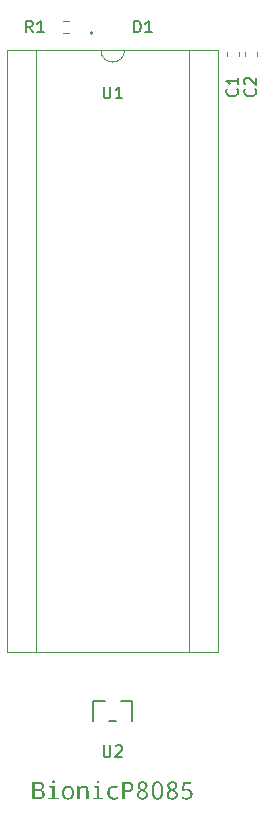
<source format=gbr>
G04 #@! TF.GenerationSoftware,KiCad,Pcbnew,7.0.11+dfsg-1build4*
G04 #@! TF.CreationDate,2024-10-25T09:30:11+09:00*
G04 #@! TF.ProjectId,bionic-p8085,62696f6e-6963-42d7-9038-3038352e6b69,4*
G04 #@! TF.SameCoordinates,Original*
G04 #@! TF.FileFunction,Legend,Top*
G04 #@! TF.FilePolarity,Positive*
%FSLAX46Y46*%
G04 Gerber Fmt 4.6, Leading zero omitted, Abs format (unit mm)*
G04 Created by KiCad (PCBNEW 7.0.11+dfsg-1build4) date 2024-10-25 09:30:11*
%MOMM*%
%LPD*%
G01*
G04 APERTURE LIST*
%ADD10C,0.150000*%
%ADD11C,0.152400*%
%ADD12C,0.120000*%
G04 APERTURE END LIST*
D10*
G36*
X108648645Y-135669959D02*
G01*
X108665822Y-135670222D01*
X108682697Y-135670660D01*
X108699269Y-135671274D01*
X108715538Y-135672063D01*
X108731504Y-135673027D01*
X108747168Y-135674167D01*
X108762529Y-135675481D01*
X108777588Y-135676972D01*
X108792344Y-135678637D01*
X108820947Y-135682494D01*
X108848340Y-135687052D01*
X108874522Y-135692311D01*
X108899494Y-135698272D01*
X108923255Y-135704934D01*
X108945805Y-135712297D01*
X108967144Y-135720361D01*
X108987272Y-135729127D01*
X109006190Y-135738593D01*
X109023897Y-135748761D01*
X109040394Y-135759631D01*
X109055833Y-135771236D01*
X109070275Y-135783702D01*
X109083722Y-135797030D01*
X109096173Y-135811219D01*
X109107627Y-135826270D01*
X109118086Y-135842183D01*
X109127548Y-135858957D01*
X109136015Y-135876592D01*
X109143485Y-135895090D01*
X109149960Y-135914448D01*
X109155438Y-135934668D01*
X109159920Y-135955750D01*
X109163406Y-135977693D01*
X109165896Y-136000498D01*
X109167391Y-136024164D01*
X109167889Y-136048692D01*
X109167572Y-136064915D01*
X109166623Y-136080795D01*
X109165042Y-136096331D01*
X109162828Y-136111524D01*
X109159982Y-136126373D01*
X109156503Y-136140879D01*
X109152391Y-136155041D01*
X109145038Y-136175640D01*
X109136261Y-136195467D01*
X109126061Y-136214521D01*
X109114438Y-136232802D01*
X109101392Y-136250310D01*
X109091903Y-136261553D01*
X109086922Y-136267045D01*
X109076578Y-136277631D01*
X109065787Y-136287682D01*
X109054550Y-136297197D01*
X109042867Y-136306177D01*
X109030737Y-136314622D01*
X109018160Y-136322532D01*
X109005137Y-136329907D01*
X108991667Y-136336746D01*
X108977751Y-136343050D01*
X108963389Y-136348819D01*
X108948579Y-136354052D01*
X108933324Y-136358751D01*
X108917622Y-136362914D01*
X108901473Y-136366542D01*
X108884878Y-136369634D01*
X108867836Y-136372192D01*
X108867836Y-136382450D01*
X108888889Y-136386165D01*
X108909273Y-136390350D01*
X108928988Y-136395004D01*
X108948036Y-136400127D01*
X108966415Y-136405720D01*
X108984125Y-136411782D01*
X109001168Y-136418314D01*
X109017542Y-136425315D01*
X109033248Y-136432785D01*
X109048285Y-136440725D01*
X109062654Y-136449134D01*
X109076355Y-136458013D01*
X109089387Y-136467361D01*
X109101751Y-136477178D01*
X109113447Y-136487465D01*
X109124474Y-136498221D01*
X109134833Y-136509447D01*
X109144524Y-136521142D01*
X109153547Y-136533306D01*
X109161901Y-136545940D01*
X109169587Y-136559043D01*
X109176604Y-136572616D01*
X109182953Y-136586658D01*
X109188634Y-136601169D01*
X109193646Y-136616150D01*
X109197991Y-136631601D01*
X109201666Y-136647520D01*
X109204674Y-136663909D01*
X109207013Y-136680768D01*
X109208684Y-136698096D01*
X109209686Y-136715893D01*
X109210020Y-136734160D01*
X109209507Y-136759281D01*
X109207965Y-136783722D01*
X109205397Y-136807481D01*
X109201800Y-136830559D01*
X109197176Y-136852956D01*
X109191525Y-136874672D01*
X109184846Y-136895706D01*
X109177139Y-136916060D01*
X109168405Y-136935732D01*
X109158644Y-136954722D01*
X109147854Y-136973032D01*
X109136038Y-136990660D01*
X109123194Y-137007608D01*
X109109322Y-137023874D01*
X109094422Y-137039458D01*
X109078496Y-137054362D01*
X109061727Y-137068426D01*
X109044212Y-137081582D01*
X109025950Y-137093831D01*
X109006940Y-137105172D01*
X108987184Y-137115606D01*
X108966680Y-137125133D01*
X108945430Y-137133753D01*
X108923432Y-137141465D01*
X108900687Y-137148270D01*
X108877196Y-137154168D01*
X108852957Y-137159158D01*
X108827971Y-137163241D01*
X108802238Y-137166417D01*
X108775759Y-137168685D01*
X108748532Y-137170046D01*
X108720558Y-137170500D01*
X108177606Y-137170500D01*
X108177606Y-136466714D01*
X108370314Y-136466714D01*
X108370314Y-137006735D01*
X108686486Y-137006735D01*
X108706208Y-137006461D01*
X108725305Y-137005640D01*
X108743775Y-137004271D01*
X108761619Y-137002355D01*
X108778837Y-136999892D01*
X108795429Y-136996881D01*
X108811395Y-136993323D01*
X108826735Y-136989218D01*
X108841448Y-136984565D01*
X108855536Y-136979365D01*
X108881832Y-136967322D01*
X108905625Y-136953089D01*
X108926912Y-136936668D01*
X108945696Y-136918056D01*
X108961975Y-136897255D01*
X108975749Y-136874264D01*
X108987019Y-136849084D01*
X108995785Y-136821714D01*
X108999228Y-136807207D01*
X109002046Y-136792154D01*
X109004237Y-136776553D01*
X109005802Y-136760405D01*
X109006742Y-136743709D01*
X109007055Y-136726466D01*
X109006729Y-136710485D01*
X109005751Y-136695012D01*
X109004121Y-136680045D01*
X108998906Y-136651635D01*
X108991084Y-136625254D01*
X108980654Y-136600902D01*
X108967616Y-136578580D01*
X108951972Y-136558287D01*
X108933719Y-136540023D01*
X108912859Y-136523788D01*
X108889392Y-136509583D01*
X108863317Y-136497407D01*
X108849302Y-136492080D01*
X108834635Y-136487261D01*
X108819316Y-136482948D01*
X108803345Y-136479143D01*
X108786722Y-136475846D01*
X108769448Y-136473055D01*
X108751521Y-136470772D01*
X108732943Y-136468997D01*
X108713713Y-136467728D01*
X108693831Y-136466967D01*
X108673297Y-136466714D01*
X108370314Y-136466714D01*
X108177606Y-136466714D01*
X108177606Y-135833636D01*
X108370314Y-135833636D01*
X108370314Y-136302949D01*
X108662672Y-136302949D01*
X108682436Y-136302730D01*
X108701518Y-136302073D01*
X108719919Y-136300978D01*
X108737640Y-136299446D01*
X108754678Y-136297475D01*
X108771036Y-136295066D01*
X108786712Y-136292220D01*
X108801707Y-136288935D01*
X108816021Y-136285213D01*
X108836215Y-136278809D01*
X108854876Y-136271419D01*
X108872004Y-136263043D01*
X108887600Y-136253683D01*
X108897145Y-136246895D01*
X108910305Y-136235741D01*
X108922171Y-136223299D01*
X108932742Y-136209569D01*
X108942019Y-136194551D01*
X108950002Y-136178245D01*
X108956690Y-136160651D01*
X108962083Y-136141769D01*
X108966182Y-136121599D01*
X108968987Y-136100141D01*
X108970137Y-136085120D01*
X108970713Y-136069526D01*
X108970785Y-136061515D01*
X108970477Y-136046535D01*
X108968862Y-136025081D01*
X108965862Y-136004843D01*
X108961477Y-135985822D01*
X108955708Y-135968019D01*
X108948554Y-135951433D01*
X108940016Y-135936064D01*
X108930093Y-135921912D01*
X108918785Y-135908977D01*
X108906093Y-135897260D01*
X108892016Y-135886759D01*
X108876436Y-135877265D01*
X108859232Y-135868706D01*
X108840406Y-135861080D01*
X108819957Y-135854387D01*
X108805423Y-135850445D01*
X108790167Y-135846917D01*
X108774190Y-135843804D01*
X108757492Y-135841107D01*
X108740072Y-135838824D01*
X108721932Y-135836956D01*
X108703070Y-135835504D01*
X108683486Y-135834466D01*
X108663182Y-135833844D01*
X108642156Y-135833636D01*
X108370314Y-135833636D01*
X108177606Y-135833636D01*
X108177606Y-135669871D01*
X108631165Y-135669871D01*
X108648645Y-135669959D01*
G37*
G36*
X109950809Y-135576082D02*
G01*
X109970320Y-135577109D01*
X109987912Y-135580191D01*
X110003585Y-135585327D01*
X110017338Y-135592517D01*
X110029173Y-135601762D01*
X110039088Y-135613061D01*
X110047085Y-135626414D01*
X110053162Y-135641822D01*
X110057320Y-135659284D01*
X110059559Y-135678800D01*
X110059986Y-135692952D01*
X110059189Y-135710766D01*
X110056801Y-135727113D01*
X110052821Y-135741993D01*
X110045943Y-135757913D01*
X110036773Y-135771720D01*
X110027379Y-135781613D01*
X110014864Y-135791449D01*
X110001499Y-135799250D01*
X109987284Y-135805015D01*
X109972218Y-135808746D01*
X109956303Y-135810442D01*
X109950809Y-135810555D01*
X109931102Y-135809522D01*
X109913333Y-135806421D01*
X109897502Y-135801253D01*
X109883610Y-135794017D01*
X109871656Y-135784715D01*
X109861641Y-135773345D01*
X109853564Y-135759908D01*
X109847426Y-135744404D01*
X109843226Y-135726832D01*
X109840964Y-135707193D01*
X109840533Y-135692952D01*
X109841503Y-135672066D01*
X109844410Y-135653235D01*
X109849256Y-135636458D01*
X109856041Y-135621735D01*
X109864764Y-135609066D01*
X109875425Y-135598452D01*
X109888025Y-135589892D01*
X109902563Y-135583387D01*
X109919040Y-135578935D01*
X109937455Y-135576539D01*
X109950809Y-135576082D01*
G37*
G36*
X109856287Y-136192307D02*
G01*
X109578949Y-136170691D01*
X109578949Y-136045028D01*
X110043499Y-136045028D01*
X110043499Y-137023221D01*
X110406200Y-137043737D01*
X110406200Y-137170500D01*
X109501646Y-137170500D01*
X109501646Y-137043737D01*
X109856287Y-137023221D01*
X109856287Y-136192307D01*
G37*
G36*
X111221638Y-136022205D02*
G01*
X111248757Y-136024077D01*
X111275242Y-136027197D01*
X111301090Y-136031565D01*
X111326304Y-136037180D01*
X111350882Y-136044044D01*
X111374824Y-136052155D01*
X111398131Y-136061515D01*
X111420803Y-136072122D01*
X111442839Y-136083978D01*
X111464240Y-136097081D01*
X111485005Y-136111432D01*
X111505135Y-136127031D01*
X111524630Y-136143878D01*
X111543489Y-136161973D01*
X111561713Y-136181316D01*
X111579059Y-136201692D01*
X111595287Y-136222887D01*
X111610395Y-136244900D01*
X111624384Y-136267732D01*
X111637254Y-136291383D01*
X111649005Y-136315852D01*
X111659636Y-136341140D01*
X111669149Y-136367246D01*
X111677542Y-136394171D01*
X111684817Y-136421914D01*
X111690972Y-136450476D01*
X111693630Y-136465064D01*
X111696008Y-136479857D01*
X111698106Y-136494854D01*
X111699925Y-136510056D01*
X111701464Y-136525463D01*
X111702723Y-136541074D01*
X111703702Y-136556890D01*
X111704402Y-136572911D01*
X111704821Y-136589136D01*
X111704961Y-136605566D01*
X111704823Y-136622534D01*
X111704409Y-136639277D01*
X111703718Y-136655793D01*
X111702751Y-136672084D01*
X111701509Y-136688148D01*
X111699989Y-136703986D01*
X111698194Y-136719598D01*
X111696123Y-136734984D01*
X111693775Y-136750144D01*
X111691151Y-136765077D01*
X111688251Y-136779785D01*
X111685074Y-136794266D01*
X111681622Y-136808522D01*
X111673888Y-136836354D01*
X111665050Y-136863282D01*
X111655106Y-136889305D01*
X111644058Y-136914424D01*
X111631905Y-136938638D01*
X111618647Y-136961948D01*
X111604285Y-136984354D01*
X111588817Y-137005855D01*
X111572245Y-137026451D01*
X111563545Y-137036410D01*
X111545547Y-137055487D01*
X111526816Y-137073333D01*
X111507353Y-137089948D01*
X111487158Y-137105332D01*
X111466229Y-137119486D01*
X111444568Y-137132409D01*
X111422174Y-137144101D01*
X111399047Y-137154563D01*
X111375187Y-137163793D01*
X111350595Y-137171793D01*
X111325270Y-137178562D01*
X111299213Y-137184101D01*
X111272422Y-137188408D01*
X111244899Y-137191485D01*
X111216643Y-137193331D01*
X111187655Y-137193947D01*
X111160119Y-137193321D01*
X111133198Y-137191445D01*
X111106893Y-137188318D01*
X111081203Y-137183940D01*
X111056129Y-137178312D01*
X111031669Y-137171433D01*
X111007826Y-137163302D01*
X110984597Y-137153922D01*
X110961984Y-137143290D01*
X110939987Y-137131407D01*
X110918605Y-137118274D01*
X110897838Y-137103890D01*
X110877686Y-137088255D01*
X110858150Y-137071369D01*
X110839229Y-137053233D01*
X110820924Y-137033846D01*
X110803533Y-137013368D01*
X110787264Y-136992051D01*
X110772118Y-136969896D01*
X110758093Y-136946903D01*
X110745190Y-136923071D01*
X110733409Y-136898400D01*
X110722750Y-136872890D01*
X110713213Y-136846542D01*
X110704798Y-136819355D01*
X110697505Y-136791330D01*
X110694279Y-136777002D01*
X110691334Y-136762466D01*
X110688669Y-136747719D01*
X110686285Y-136732763D01*
X110684182Y-136717597D01*
X110682358Y-136702222D01*
X110680816Y-136686636D01*
X110679553Y-136670842D01*
X110678572Y-136654837D01*
X110677870Y-136638623D01*
X110677450Y-136622199D01*
X110677309Y-136605566D01*
X110871116Y-136605566D01*
X110871429Y-136632186D01*
X110872368Y-136657960D01*
X110873934Y-136682890D01*
X110876125Y-136706974D01*
X110878942Y-136730214D01*
X110882386Y-136752608D01*
X110886456Y-136774157D01*
X110891152Y-136794862D01*
X110896474Y-136814721D01*
X110902422Y-136833735D01*
X110908996Y-136851904D01*
X110916196Y-136869228D01*
X110924022Y-136885707D01*
X110932475Y-136901341D01*
X110941554Y-136916129D01*
X110951258Y-136930073D01*
X110961589Y-136943172D01*
X110972546Y-136955425D01*
X110984129Y-136966834D01*
X110996338Y-136977397D01*
X111009173Y-136987115D01*
X111022635Y-136995988D01*
X111036722Y-137004017D01*
X111051436Y-137011200D01*
X111066776Y-137017538D01*
X111082741Y-137023031D01*
X111099333Y-137027679D01*
X111116551Y-137031481D01*
X111134396Y-137034439D01*
X111152866Y-137036552D01*
X111171962Y-137037819D01*
X111191685Y-137038242D01*
X111211340Y-137037819D01*
X111230371Y-137036552D01*
X111248777Y-137034439D01*
X111266560Y-137031481D01*
X111283719Y-137027679D01*
X111300255Y-137023031D01*
X111316166Y-137017538D01*
X111331453Y-137011200D01*
X111346116Y-137004017D01*
X111360155Y-136995988D01*
X111373570Y-136987115D01*
X111386362Y-136977397D01*
X111398529Y-136966834D01*
X111410072Y-136955425D01*
X111420992Y-136943172D01*
X111431287Y-136930073D01*
X111440958Y-136916129D01*
X111450006Y-136901341D01*
X111458429Y-136885707D01*
X111466229Y-136869228D01*
X111473405Y-136851904D01*
X111479956Y-136833735D01*
X111485884Y-136814721D01*
X111491188Y-136794862D01*
X111495867Y-136774157D01*
X111499923Y-136752608D01*
X111503355Y-136730214D01*
X111506163Y-136706974D01*
X111508347Y-136682890D01*
X111509906Y-136657960D01*
X111510842Y-136632186D01*
X111511154Y-136605566D01*
X111510840Y-136579217D01*
X111509898Y-136553704D01*
X111508327Y-136529028D01*
X111506128Y-136505188D01*
X111503301Y-136482184D01*
X111499846Y-136460018D01*
X111495762Y-136438687D01*
X111491050Y-136418193D01*
X111485710Y-136398536D01*
X111479742Y-136379715D01*
X111473145Y-136361731D01*
X111465920Y-136344583D01*
X111458067Y-136328271D01*
X111449585Y-136312796D01*
X111440475Y-136298158D01*
X111430737Y-136284356D01*
X111420371Y-136271390D01*
X111409377Y-136259261D01*
X111397754Y-136247969D01*
X111385503Y-136237513D01*
X111372624Y-136227893D01*
X111359116Y-136219110D01*
X111344980Y-136211164D01*
X111330216Y-136204053D01*
X111314824Y-136197780D01*
X111298803Y-136192343D01*
X111282155Y-136187742D01*
X111264877Y-136183978D01*
X111246972Y-136181050D01*
X111228439Y-136178959D01*
X111209277Y-136177704D01*
X111189487Y-136177286D01*
X111169899Y-136177704D01*
X111150934Y-136178959D01*
X111132590Y-136181050D01*
X111114868Y-136183978D01*
X111097769Y-136187742D01*
X111081290Y-136192343D01*
X111065434Y-136197780D01*
X111050199Y-136204053D01*
X111035587Y-136211164D01*
X111021596Y-136219110D01*
X111008227Y-136227893D01*
X110995480Y-136237513D01*
X110983354Y-136247969D01*
X110971850Y-136259261D01*
X110960969Y-136271390D01*
X110950709Y-136284356D01*
X110941071Y-136298158D01*
X110932054Y-136312796D01*
X110923660Y-136328271D01*
X110915887Y-136344583D01*
X110908736Y-136361731D01*
X110902207Y-136379715D01*
X110896300Y-136398536D01*
X110891014Y-136418193D01*
X110886351Y-136438687D01*
X110882309Y-136460018D01*
X110878889Y-136482184D01*
X110876091Y-136505188D01*
X110873914Y-136529028D01*
X110872360Y-136553704D01*
X110871427Y-136579217D01*
X110871116Y-136605566D01*
X110677309Y-136605566D01*
X110677446Y-136588756D01*
X110677855Y-136572169D01*
X110678536Y-136555806D01*
X110679490Y-136539666D01*
X110680717Y-136523749D01*
X110682217Y-136508056D01*
X110683989Y-136492585D01*
X110686033Y-136477338D01*
X110688351Y-136462315D01*
X110690941Y-136447514D01*
X110693803Y-136432937D01*
X110696938Y-136418583D01*
X110704027Y-136390544D01*
X110712206Y-136363399D01*
X110721475Y-136337147D01*
X110731835Y-136311787D01*
X110743285Y-136287321D01*
X110755826Y-136263748D01*
X110769457Y-136241068D01*
X110784179Y-136219280D01*
X110799991Y-136198386D01*
X110816894Y-136178385D01*
X110834724Y-136159397D01*
X110853319Y-136141634D01*
X110872677Y-136125096D01*
X110892800Y-136109783D01*
X110913687Y-136095695D01*
X110935339Y-136082833D01*
X110957754Y-136071195D01*
X110980934Y-136060782D01*
X111004878Y-136051594D01*
X111029586Y-136043632D01*
X111055058Y-136036894D01*
X111081295Y-136031381D01*
X111108295Y-136027094D01*
X111136060Y-136024031D01*
X111164590Y-136022194D01*
X111193883Y-136021581D01*
X111221638Y-136022205D01*
G37*
G36*
X112733346Y-137170500D02*
G01*
X112733346Y-136444366D01*
X112733106Y-136427934D01*
X112732388Y-136412024D01*
X112731191Y-136396635D01*
X112729516Y-136381769D01*
X112724729Y-136353600D01*
X112718027Y-136327518D01*
X112709410Y-136303523D01*
X112698879Y-136281614D01*
X112686432Y-136261792D01*
X112672071Y-136244056D01*
X112655795Y-136228407D01*
X112637604Y-136214844D01*
X112617499Y-136203368D01*
X112595478Y-136193978D01*
X112571543Y-136186675D01*
X112545693Y-136181459D01*
X112517928Y-136178329D01*
X112488248Y-136177286D01*
X112468773Y-136177685D01*
X112449917Y-136178883D01*
X112431679Y-136180879D01*
X112414059Y-136183674D01*
X112397058Y-136187268D01*
X112380674Y-136191660D01*
X112364909Y-136196851D01*
X112349762Y-136202840D01*
X112335234Y-136209628D01*
X112321323Y-136217214D01*
X112308031Y-136225599D01*
X112295357Y-136234782D01*
X112283301Y-136244764D01*
X112271864Y-136255545D01*
X112261045Y-136267124D01*
X112250844Y-136279502D01*
X112241261Y-136292678D01*
X112232297Y-136306653D01*
X112223950Y-136321426D01*
X112216222Y-136336998D01*
X112209113Y-136353368D01*
X112202621Y-136370537D01*
X112196748Y-136388505D01*
X112191493Y-136407271D01*
X112186856Y-136426836D01*
X112182838Y-136447199D01*
X112179437Y-136468361D01*
X112176655Y-136490321D01*
X112174491Y-136513080D01*
X112172946Y-136536638D01*
X112172018Y-136560994D01*
X112171709Y-136586148D01*
X112171709Y-137170500D01*
X111984131Y-137170500D01*
X111984131Y-136045028D01*
X112135439Y-136045028D01*
X112163283Y-136194871D01*
X112173541Y-136194871D01*
X112187346Y-136173887D01*
X112202198Y-136154257D01*
X112218097Y-136135980D01*
X112235044Y-136119057D01*
X112253039Y-136103488D01*
X112272082Y-136089273D01*
X112292171Y-136076411D01*
X112313309Y-136064904D01*
X112335494Y-136054750D01*
X112358727Y-136045950D01*
X112383007Y-136038504D01*
X112408335Y-136032412D01*
X112434710Y-136027673D01*
X112462133Y-136024289D01*
X112490604Y-136022258D01*
X112520122Y-136021581D01*
X112544780Y-136021984D01*
X112568656Y-136023191D01*
X112591749Y-136025204D01*
X112614060Y-136028021D01*
X112635587Y-136031644D01*
X112656332Y-136036071D01*
X112676294Y-136041304D01*
X112695473Y-136047341D01*
X112713869Y-136054184D01*
X112731482Y-136061831D01*
X112748313Y-136070284D01*
X112764361Y-136079541D01*
X112779626Y-136089604D01*
X112794108Y-136100471D01*
X112807807Y-136112144D01*
X112820724Y-136124621D01*
X112832857Y-136137904D01*
X112844208Y-136151991D01*
X112854776Y-136166884D01*
X112864561Y-136182581D01*
X112873564Y-136199084D01*
X112881783Y-136216391D01*
X112889220Y-136234504D01*
X112895874Y-136253421D01*
X112901745Y-136273144D01*
X112906833Y-136293671D01*
X112911139Y-136315004D01*
X112914662Y-136337141D01*
X112917401Y-136360083D01*
X112919359Y-136383831D01*
X112920533Y-136408383D01*
X112920924Y-136433741D01*
X112920924Y-137170500D01*
X112733346Y-137170500D01*
G37*
G36*
X113731688Y-135576082D02*
G01*
X113751199Y-135577109D01*
X113768791Y-135580191D01*
X113784464Y-135585327D01*
X113798218Y-135592517D01*
X113810052Y-135601762D01*
X113819968Y-135613061D01*
X113827964Y-135626414D01*
X113834041Y-135641822D01*
X113838199Y-135659284D01*
X113840438Y-135678800D01*
X113840865Y-135692952D01*
X113840069Y-135710766D01*
X113837681Y-135727113D01*
X113833700Y-135741993D01*
X113826822Y-135757913D01*
X113817652Y-135771720D01*
X113808258Y-135781613D01*
X113795743Y-135791449D01*
X113782378Y-135799250D01*
X113768163Y-135805015D01*
X113753098Y-135808746D01*
X113737182Y-135810442D01*
X113731688Y-135810555D01*
X113711981Y-135809522D01*
X113694212Y-135806421D01*
X113678381Y-135801253D01*
X113664489Y-135794017D01*
X113652535Y-135784715D01*
X113642520Y-135773345D01*
X113634443Y-135759908D01*
X113628305Y-135744404D01*
X113624105Y-135726832D01*
X113621843Y-135707193D01*
X113621413Y-135692952D01*
X113622382Y-135672066D01*
X113625290Y-135653235D01*
X113630136Y-135636458D01*
X113636920Y-135621735D01*
X113645643Y-135609066D01*
X113656305Y-135598452D01*
X113668904Y-135589892D01*
X113683443Y-135583387D01*
X113699919Y-135578935D01*
X113718335Y-135576539D01*
X113731688Y-135576082D01*
G37*
G36*
X113637166Y-136192307D02*
G01*
X113359829Y-136170691D01*
X113359829Y-136045028D01*
X113824378Y-136045028D01*
X113824378Y-137023221D01*
X114187079Y-137043737D01*
X114187079Y-137170500D01*
X113282526Y-137170500D01*
X113282526Y-137043737D01*
X113637166Y-137023221D01*
X113637166Y-136192307D01*
G37*
G36*
X115433084Y-136082398D02*
G01*
X115369337Y-136245063D01*
X115350140Y-136237832D01*
X115331200Y-136231067D01*
X115312519Y-136224769D01*
X115294094Y-136218937D01*
X115275928Y-136213572D01*
X115258019Y-136208673D01*
X115240368Y-136204241D01*
X115222974Y-136200275D01*
X115205838Y-136196776D01*
X115188959Y-136193744D01*
X115172338Y-136191178D01*
X115155975Y-136189078D01*
X115139869Y-136187445D01*
X115124021Y-136186279D01*
X115108431Y-136185579D01*
X115093098Y-136185346D01*
X115069589Y-136185762D01*
X115046826Y-136187010D01*
X115024809Y-136189091D01*
X115003539Y-136192004D01*
X114983015Y-136195748D01*
X114963238Y-136200325D01*
X114944206Y-136205735D01*
X114925921Y-136211976D01*
X114908383Y-136219050D01*
X114891590Y-136226956D01*
X114875544Y-136235694D01*
X114860245Y-136245264D01*
X114845691Y-136255666D01*
X114831884Y-136266901D01*
X114818824Y-136278967D01*
X114806509Y-136291866D01*
X114794941Y-136305598D01*
X114784120Y-136320161D01*
X114774044Y-136335556D01*
X114764715Y-136351784D01*
X114756133Y-136368844D01*
X114748296Y-136386736D01*
X114741206Y-136405460D01*
X114734862Y-136425017D01*
X114729265Y-136445406D01*
X114724414Y-136466626D01*
X114720309Y-136488679D01*
X114716951Y-136511565D01*
X114714338Y-136535282D01*
X114712473Y-136559832D01*
X114711353Y-136585214D01*
X114710980Y-136611428D01*
X114711343Y-136637191D01*
X114712433Y-136662136D01*
X114714248Y-136686264D01*
X114716790Y-136709573D01*
X114720059Y-136732065D01*
X114724053Y-136753739D01*
X114728774Y-136774595D01*
X114734221Y-136794633D01*
X114740395Y-136813853D01*
X114747294Y-136832255D01*
X114754920Y-136849840D01*
X114763273Y-136866606D01*
X114772351Y-136882555D01*
X114782156Y-136897685D01*
X114792687Y-136911998D01*
X114803945Y-136925493D01*
X114815929Y-136938171D01*
X114828639Y-136950030D01*
X114842075Y-136961071D01*
X114856238Y-136971295D01*
X114871127Y-136980700D01*
X114886742Y-136989288D01*
X114903083Y-136997058D01*
X114920151Y-137004010D01*
X114937945Y-137010144D01*
X114956465Y-137015460D01*
X114975712Y-137019958D01*
X114995685Y-137023639D01*
X115016384Y-137026502D01*
X115037810Y-137028546D01*
X115059962Y-137029773D01*
X115082840Y-137030182D01*
X115103109Y-137029933D01*
X115123432Y-137029186D01*
X115143809Y-137027941D01*
X115164241Y-137026198D01*
X115184728Y-137023957D01*
X115205268Y-137021218D01*
X115225863Y-137017980D01*
X115246513Y-137014245D01*
X115267217Y-137010012D01*
X115287975Y-137005281D01*
X115308788Y-137000051D01*
X115329655Y-136994324D01*
X115350576Y-136988099D01*
X115371552Y-136981375D01*
X115392582Y-136974154D01*
X115413667Y-136966435D01*
X115413667Y-137131299D01*
X115396157Y-137138885D01*
X115378158Y-137145982D01*
X115359669Y-137152589D01*
X115340691Y-137158707D01*
X115321224Y-137164336D01*
X115301267Y-137169475D01*
X115280821Y-137174125D01*
X115259885Y-137178285D01*
X115238460Y-137181956D01*
X115216545Y-137185137D01*
X115194141Y-137187829D01*
X115171248Y-137190031D01*
X115147865Y-137191744D01*
X115123993Y-137192968D01*
X115099631Y-137193702D01*
X115074780Y-137193947D01*
X115058340Y-137193800D01*
X115042132Y-137193361D01*
X115026154Y-137192630D01*
X115010408Y-137191606D01*
X114994893Y-137190289D01*
X114979609Y-137188679D01*
X114964557Y-137186777D01*
X114949735Y-137184582D01*
X114935144Y-137182094D01*
X114906657Y-137176241D01*
X114879094Y-137169217D01*
X114852455Y-137161022D01*
X114826741Y-137151657D01*
X114801951Y-137141121D01*
X114778086Y-137129415D01*
X114755145Y-137116538D01*
X114733129Y-137102490D01*
X114712037Y-137087271D01*
X114691870Y-137070882D01*
X114672627Y-137053323D01*
X114663353Y-137044104D01*
X114645651Y-137024864D01*
X114629092Y-137004605D01*
X114613674Y-136983327D01*
X114599399Y-136961031D01*
X114586266Y-136937715D01*
X114574275Y-136913380D01*
X114563425Y-136888027D01*
X114553718Y-136861654D01*
X114545153Y-136834263D01*
X114537730Y-136805853D01*
X114534446Y-136791265D01*
X114531449Y-136776423D01*
X114528736Y-136761326D01*
X114526309Y-136745975D01*
X114524168Y-136730369D01*
X114522312Y-136714508D01*
X114520742Y-136698392D01*
X114519457Y-136682021D01*
X114518458Y-136665396D01*
X114517744Y-136648516D01*
X114517316Y-136631382D01*
X114517173Y-136613992D01*
X114517319Y-136596038D01*
X114517757Y-136578353D01*
X114518487Y-136560938D01*
X114519509Y-136543793D01*
X114520823Y-136526918D01*
X114522428Y-136510313D01*
X114524326Y-136493977D01*
X114526516Y-136477911D01*
X114528997Y-136462115D01*
X114531771Y-136446588D01*
X114534836Y-136431331D01*
X114538193Y-136416344D01*
X114541843Y-136401627D01*
X114545784Y-136387180D01*
X114550017Y-136373002D01*
X114559360Y-136345456D01*
X114569870Y-136318989D01*
X114581547Y-136293601D01*
X114594393Y-136269292D01*
X114608407Y-136246063D01*
X114623588Y-136223912D01*
X114639937Y-136202840D01*
X114657454Y-136182848D01*
X114666650Y-136173256D01*
X114685808Y-136154889D01*
X114705914Y-136137707D01*
X114726967Y-136121710D01*
X114748967Y-136106898D01*
X114771915Y-136093271D01*
X114795810Y-136080829D01*
X114820653Y-136069572D01*
X114846443Y-136059500D01*
X114873181Y-136050613D01*
X114900865Y-136042910D01*
X114929498Y-136036393D01*
X114944169Y-136033579D01*
X114959077Y-136031061D01*
X114974222Y-136028839D01*
X114989604Y-136026913D01*
X115005223Y-136025284D01*
X115021079Y-136023951D01*
X115037171Y-136022914D01*
X115053501Y-136022174D01*
X115070067Y-136021729D01*
X115086870Y-136021581D01*
X115109732Y-136021819D01*
X115132431Y-136022531D01*
X115154966Y-136023719D01*
X115177339Y-136025382D01*
X115199548Y-136027520D01*
X115221594Y-136030133D01*
X115243478Y-136033222D01*
X115265198Y-136036785D01*
X115286754Y-136040824D01*
X115308148Y-136045338D01*
X115329379Y-136050326D01*
X115350446Y-136055790D01*
X115371350Y-136061730D01*
X115392091Y-136068144D01*
X115412669Y-136075033D01*
X115433084Y-136082398D01*
G37*
G36*
X116230279Y-135670299D02*
G01*
X116261837Y-135671583D01*
X116292361Y-135673723D01*
X116321849Y-135676718D01*
X116350303Y-135680569D01*
X116377723Y-135685276D01*
X116404107Y-135690839D01*
X116429457Y-135697257D01*
X116453773Y-135704532D01*
X116477053Y-135712662D01*
X116499299Y-135721648D01*
X116520510Y-135731489D01*
X116540687Y-135742187D01*
X116559829Y-135753740D01*
X116577936Y-135766149D01*
X116595008Y-135779414D01*
X116611046Y-135793535D01*
X116626049Y-135808512D01*
X116640017Y-135824344D01*
X116652951Y-135841032D01*
X116664850Y-135858576D01*
X116675714Y-135876976D01*
X116685544Y-135896232D01*
X116694339Y-135916343D01*
X116702099Y-135937310D01*
X116708824Y-135959133D01*
X116714515Y-135981812D01*
X116719171Y-136005347D01*
X116722793Y-136029737D01*
X116725380Y-136054983D01*
X116726932Y-136081085D01*
X116727449Y-136108043D01*
X116726891Y-136135686D01*
X116725216Y-136162563D01*
X116722426Y-136188672D01*
X116718519Y-136214014D01*
X116713496Y-136238589D01*
X116707356Y-136262397D01*
X116700100Y-136285438D01*
X116691728Y-136307712D01*
X116682240Y-136329218D01*
X116671636Y-136349958D01*
X116659915Y-136369931D01*
X116647078Y-136389136D01*
X116633124Y-136407575D01*
X116618055Y-136425246D01*
X116601869Y-136442150D01*
X116584567Y-136458287D01*
X116566246Y-136473504D01*
X116546911Y-136487740D01*
X116526564Y-136500993D01*
X116505203Y-136513265D01*
X116482829Y-136524555D01*
X116459442Y-136534863D01*
X116435042Y-136544190D01*
X116409628Y-136552535D01*
X116383201Y-136559898D01*
X116355761Y-136566279D01*
X116327308Y-136571679D01*
X116312701Y-136574010D01*
X116297841Y-136576096D01*
X116282728Y-136577937D01*
X116267361Y-136579532D01*
X116251741Y-136580882D01*
X116235868Y-136581987D01*
X116219742Y-136582846D01*
X116203362Y-136583459D01*
X116186729Y-136583828D01*
X116169842Y-136583950D01*
X115973105Y-136583950D01*
X115973105Y-137170500D01*
X115781496Y-137170500D01*
X115781496Y-135833636D01*
X115973105Y-135833636D01*
X115973105Y-136420185D01*
X116148227Y-136420185D01*
X116173281Y-136419899D01*
X116197429Y-136419041D01*
X116220668Y-136417609D01*
X116243001Y-136415606D01*
X116264426Y-136413030D01*
X116284944Y-136409881D01*
X116304554Y-136406161D01*
X116323258Y-136401867D01*
X116341053Y-136397001D01*
X116357942Y-136391563D01*
X116373923Y-136385553D01*
X116388997Y-136378969D01*
X116403164Y-136371814D01*
X116416423Y-136364086D01*
X116428775Y-136355786D01*
X116440219Y-136346913D01*
X116455998Y-136332446D01*
X116470225Y-136316524D01*
X116482900Y-136299147D01*
X116494023Y-136280314D01*
X116500576Y-136266951D01*
X116506440Y-136252940D01*
X116511613Y-136238283D01*
X116516097Y-136222978D01*
X116519891Y-136207027D01*
X116522995Y-136190429D01*
X116525409Y-136173184D01*
X116527134Y-136155293D01*
X116528168Y-136136754D01*
X116528513Y-136117569D01*
X116528173Y-136100100D01*
X116527152Y-136083186D01*
X116525451Y-136066827D01*
X116523069Y-136051022D01*
X116520007Y-136035772D01*
X116516264Y-136021076D01*
X116511841Y-136006935D01*
X116500953Y-135980316D01*
X116487343Y-135955916D01*
X116471011Y-135933734D01*
X116451958Y-135913770D01*
X116430182Y-135896024D01*
X116405684Y-135880496D01*
X116392415Y-135873564D01*
X116378464Y-135867187D01*
X116363834Y-135861364D01*
X116348523Y-135856096D01*
X116332531Y-135851382D01*
X116315859Y-135847223D01*
X116298506Y-135843618D01*
X116280473Y-135840568D01*
X116261760Y-135838073D01*
X116242366Y-135836132D01*
X116222291Y-135834745D01*
X116201536Y-135833914D01*
X116180101Y-135833636D01*
X115973105Y-135833636D01*
X115781496Y-135833636D01*
X115781496Y-135669871D01*
X116197686Y-135669871D01*
X116230279Y-135670299D01*
G37*
G36*
X117516589Y-135646805D02*
G01*
X117539461Y-135647947D01*
X117561766Y-135649850D01*
X117583505Y-135652515D01*
X117604677Y-135655941D01*
X117625282Y-135660128D01*
X117645320Y-135665077D01*
X117664792Y-135670787D01*
X117683697Y-135677259D01*
X117702035Y-135684492D01*
X117719807Y-135692486D01*
X117737011Y-135701241D01*
X117753650Y-135710758D01*
X117769721Y-135721037D01*
X117785226Y-135732076D01*
X117800163Y-135743877D01*
X117814404Y-135756326D01*
X117827727Y-135769311D01*
X117840130Y-135782830D01*
X117851615Y-135796885D01*
X117862181Y-135811476D01*
X117871828Y-135826601D01*
X117880556Y-135842262D01*
X117888366Y-135858457D01*
X117895256Y-135875189D01*
X117901229Y-135892455D01*
X117906282Y-135910256D01*
X117910416Y-135928593D01*
X117913632Y-135947465D01*
X117915929Y-135966873D01*
X117917307Y-135986815D01*
X117917766Y-136007293D01*
X117916712Y-136036336D01*
X117913548Y-136064572D01*
X117908274Y-136092000D01*
X117900891Y-136118622D01*
X117891398Y-136144436D01*
X117879796Y-136169443D01*
X117866085Y-136193644D01*
X117850264Y-136217036D01*
X117832333Y-136239622D01*
X117822577Y-136250612D01*
X117812294Y-136261401D01*
X117801483Y-136271988D01*
X117790144Y-136282372D01*
X117778279Y-136292555D01*
X117765886Y-136302537D01*
X117752965Y-136312316D01*
X117739517Y-136321894D01*
X117725542Y-136331270D01*
X117711040Y-136340444D01*
X117696010Y-136349416D01*
X117680453Y-136358187D01*
X117664368Y-136366756D01*
X117647756Y-136375123D01*
X117667343Y-136385500D01*
X117686309Y-136396025D01*
X117704652Y-136406698D01*
X117722374Y-136417518D01*
X117739474Y-136428485D01*
X117755952Y-136439600D01*
X117771809Y-136450862D01*
X117787043Y-136462272D01*
X117801656Y-136473829D01*
X117815647Y-136485533D01*
X117829016Y-136497385D01*
X117841763Y-136509384D01*
X117853888Y-136521530D01*
X117865392Y-136533824D01*
X117876274Y-136546266D01*
X117886534Y-136558854D01*
X117896172Y-136571591D01*
X117905188Y-136584474D01*
X117913583Y-136597505D01*
X117921356Y-136610683D01*
X117928507Y-136624009D01*
X117935036Y-136637482D01*
X117940943Y-136651103D01*
X117946228Y-136664871D01*
X117950892Y-136678786D01*
X117958354Y-136707059D01*
X117963328Y-136735922D01*
X117964883Y-136750574D01*
X117965816Y-136765374D01*
X117966127Y-136780322D01*
X117965618Y-136803391D01*
X117964094Y-136825888D01*
X117961554Y-136847813D01*
X117957998Y-136869165D01*
X117953425Y-136889945D01*
X117947837Y-136910152D01*
X117941232Y-136929787D01*
X117933612Y-136948849D01*
X117924975Y-136967339D01*
X117915322Y-136985257D01*
X117904653Y-137002602D01*
X117892968Y-137019374D01*
X117880267Y-137035574D01*
X117866550Y-137051202D01*
X117851817Y-137066257D01*
X117836067Y-137080740D01*
X117819529Y-137094449D01*
X117802339Y-137107273D01*
X117784496Y-137119213D01*
X117766000Y-137130268D01*
X117746852Y-137140439D01*
X117727051Y-137149726D01*
X117706597Y-137158128D01*
X117685491Y-137165645D01*
X117663733Y-137172278D01*
X117641322Y-137178027D01*
X117618258Y-137182891D01*
X117594542Y-137186871D01*
X117570173Y-137189967D01*
X117545151Y-137192178D01*
X117519477Y-137193505D01*
X117493150Y-137193947D01*
X117465733Y-137193530D01*
X117439077Y-137192281D01*
X117413183Y-137190199D01*
X117388049Y-137187284D01*
X117363678Y-137183535D01*
X117340067Y-137178955D01*
X117317218Y-137173541D01*
X117295130Y-137167294D01*
X117273804Y-137160214D01*
X117253239Y-137152301D01*
X117233435Y-137143556D01*
X117214393Y-137133978D01*
X117196112Y-137123566D01*
X117178592Y-137112322D01*
X117161834Y-137100245D01*
X117145837Y-137087335D01*
X117130753Y-137073632D01*
X117116642Y-137059268D01*
X117103505Y-137044243D01*
X117091340Y-137028556D01*
X117080149Y-137012209D01*
X117069931Y-136995200D01*
X117060686Y-136977530D01*
X117052414Y-136959199D01*
X117045115Y-136940207D01*
X117038790Y-136920553D01*
X117033437Y-136900239D01*
X117029058Y-136879263D01*
X117025652Y-136857626D01*
X117023219Y-136835328D01*
X117021760Y-136812368D01*
X117021273Y-136788748D01*
X117021286Y-136788015D01*
X117204455Y-136788015D01*
X117204733Y-136803162D01*
X117205566Y-136817828D01*
X117208897Y-136845718D01*
X117214450Y-136871684D01*
X117222224Y-136895726D01*
X117232219Y-136917846D01*
X117244435Y-136938041D01*
X117258872Y-136956314D01*
X117275530Y-136972663D01*
X117294409Y-136987088D01*
X117315509Y-136999591D01*
X117338831Y-137010169D01*
X117364373Y-137018825D01*
X117392137Y-137025557D01*
X117406851Y-137028201D01*
X117422121Y-137030365D01*
X117437947Y-137032048D01*
X117454327Y-137033250D01*
X117471263Y-137033972D01*
X117488754Y-137034212D01*
X117506045Y-137033950D01*
X117522837Y-137033164D01*
X117539132Y-137031855D01*
X117554928Y-137030022D01*
X117570227Y-137027665D01*
X117585028Y-137024784D01*
X117599330Y-137021379D01*
X117619850Y-137015290D01*
X117639249Y-137008023D01*
X117657528Y-136999577D01*
X117674687Y-136989952D01*
X117690724Y-136979149D01*
X117705642Y-136967167D01*
X117719391Y-136954067D01*
X117731788Y-136940046D01*
X117742832Y-136925104D01*
X117752525Y-136909242D01*
X117760864Y-136892458D01*
X117767852Y-136874753D01*
X117773487Y-136856128D01*
X117777769Y-136836581D01*
X117780700Y-136816114D01*
X117782277Y-136794726D01*
X117782578Y-136779955D01*
X117782008Y-136762831D01*
X117780298Y-136746081D01*
X117777449Y-136729704D01*
X117773459Y-136713700D01*
X117768330Y-136698071D01*
X117762060Y-136682814D01*
X117754651Y-136667931D01*
X117746102Y-136653422D01*
X117736413Y-136639286D01*
X117725584Y-136625524D01*
X117717732Y-136616557D01*
X117704774Y-136603123D01*
X117690220Y-136589612D01*
X117674068Y-136576023D01*
X117662413Y-136566922D01*
X117650049Y-136557785D01*
X117636974Y-136548615D01*
X117623190Y-136539410D01*
X117608695Y-136530171D01*
X117593491Y-136520897D01*
X117577577Y-136511589D01*
X117560953Y-136502247D01*
X117543620Y-136492870D01*
X117525576Y-136483459D01*
X117506823Y-136474014D01*
X117497180Y-136469278D01*
X117466406Y-136454990D01*
X117450290Y-136462835D01*
X117434685Y-136470845D01*
X117419592Y-136479021D01*
X117405011Y-136487362D01*
X117390941Y-136495868D01*
X117377383Y-136504539D01*
X117364337Y-136513376D01*
X117351802Y-136522378D01*
X117339779Y-136531546D01*
X117328268Y-136540878D01*
X117306780Y-136560039D01*
X117287338Y-136579862D01*
X117269943Y-136600345D01*
X117254594Y-136621490D01*
X117241292Y-136643296D01*
X117230036Y-136665763D01*
X117220827Y-136688891D01*
X117213664Y-136712680D01*
X117208548Y-136737131D01*
X117205478Y-136762242D01*
X117204455Y-136788015D01*
X117021286Y-136788015D01*
X117021557Y-136772314D01*
X117022408Y-136756124D01*
X117023827Y-136740177D01*
X117025813Y-136724474D01*
X117028366Y-136709014D01*
X117031487Y-136693797D01*
X117035175Y-136678823D01*
X117039431Y-136664092D01*
X117044254Y-136649605D01*
X117049645Y-136635362D01*
X117055603Y-136621361D01*
X117062128Y-136607604D01*
X117069221Y-136594090D01*
X117076882Y-136580819D01*
X117085110Y-136567792D01*
X117093905Y-136555008D01*
X117103267Y-136542467D01*
X117113198Y-136530169D01*
X117123695Y-136518115D01*
X117134760Y-136506304D01*
X117146393Y-136494736D01*
X117158592Y-136483412D01*
X117171360Y-136472331D01*
X117184694Y-136461493D01*
X117198597Y-136450899D01*
X117213066Y-136440547D01*
X117228103Y-136430439D01*
X117243708Y-136420575D01*
X117259880Y-136410953D01*
X117276619Y-136401575D01*
X117293926Y-136392441D01*
X117311800Y-136383549D01*
X117296901Y-136374107D01*
X117282475Y-136364511D01*
X117268522Y-136354761D01*
X117255042Y-136344858D01*
X117242035Y-136334800D01*
X117229501Y-136324589D01*
X117217440Y-136314224D01*
X117205852Y-136303705D01*
X117194737Y-136293032D01*
X117184095Y-136282205D01*
X117173926Y-136271224D01*
X117164230Y-136260090D01*
X117146256Y-136237360D01*
X117130175Y-136214014D01*
X117115985Y-136190053D01*
X117103688Y-136165476D01*
X117093282Y-136140285D01*
X117084769Y-136114477D01*
X117078147Y-136088055D01*
X117073417Y-136061017D01*
X117070579Y-136033363D01*
X117070013Y-136016452D01*
X117253182Y-136016452D01*
X117253629Y-136033381D01*
X117254972Y-136049820D01*
X117257210Y-136065770D01*
X117260343Y-136081230D01*
X117264371Y-136096201D01*
X117269295Y-136110682D01*
X117275113Y-136124674D01*
X117281827Y-136138177D01*
X117289436Y-136151190D01*
X117297940Y-136163713D01*
X117304106Y-136171790D01*
X117314440Y-136183681D01*
X117326346Y-136195584D01*
X117339822Y-136207500D01*
X117354871Y-136219429D01*
X117371490Y-136231371D01*
X117389681Y-136243326D01*
X117402681Y-136251303D01*
X117416380Y-136259286D01*
X117430777Y-136267274D01*
X117445872Y-136275268D01*
X117461666Y-136283268D01*
X117478158Y-136291274D01*
X117495348Y-136299285D01*
X117510044Y-136292665D01*
X117524274Y-136285902D01*
X117538037Y-136278995D01*
X117551333Y-136271945D01*
X117564163Y-136264753D01*
X117588424Y-136249938D01*
X117610818Y-136234550D01*
X117631345Y-136218591D01*
X117650007Y-136202058D01*
X117666803Y-136184954D01*
X117681732Y-136167277D01*
X117694795Y-136149027D01*
X117705992Y-136130205D01*
X117715323Y-136110811D01*
X117722788Y-136090844D01*
X117728386Y-136070305D01*
X117732118Y-136049193D01*
X117733985Y-136027509D01*
X117734218Y-136016452D01*
X117733648Y-135997646D01*
X117731938Y-135979697D01*
X117729088Y-135962604D01*
X117725099Y-135946368D01*
X117719969Y-135930988D01*
X117713700Y-135916465D01*
X117706291Y-135902798D01*
X117697742Y-135889988D01*
X117688053Y-135878034D01*
X117677224Y-135866937D01*
X117669371Y-135860015D01*
X117656784Y-135850390D01*
X117643341Y-135841712D01*
X117629041Y-135833981D01*
X117613884Y-135827196D01*
X117597871Y-135821358D01*
X117581002Y-135816467D01*
X117563276Y-135812523D01*
X117544693Y-135809525D01*
X117525254Y-135807474D01*
X117504958Y-135806369D01*
X117490952Y-135806159D01*
X117470874Y-135806632D01*
X117451582Y-135808052D01*
X117433076Y-135810419D01*
X117415355Y-135813732D01*
X117398420Y-135817992D01*
X117382271Y-135823199D01*
X117366907Y-135829353D01*
X117352329Y-135836453D01*
X117338537Y-135844499D01*
X117325530Y-135853493D01*
X117317295Y-135860015D01*
X117305838Y-135870541D01*
X117295507Y-135881923D01*
X117286303Y-135894163D01*
X117278226Y-135907258D01*
X117271276Y-135921211D01*
X117265453Y-135936019D01*
X117260758Y-135951685D01*
X117257189Y-135968206D01*
X117254747Y-135985585D01*
X117253432Y-136003820D01*
X117253182Y-136016452D01*
X117070013Y-136016452D01*
X117069633Y-136005095D01*
X117070101Y-135984753D01*
X117071505Y-135964944D01*
X117073845Y-135945666D01*
X117077121Y-135926922D01*
X117081332Y-135908709D01*
X117086480Y-135891030D01*
X117092564Y-135873882D01*
X117099583Y-135857267D01*
X117107539Y-135841184D01*
X117116430Y-135825634D01*
X117126258Y-135810615D01*
X117137021Y-135796130D01*
X117148721Y-135782176D01*
X117161356Y-135768755D01*
X117174927Y-135755867D01*
X117189434Y-135743511D01*
X117204703Y-135731754D01*
X117220466Y-135720756D01*
X117236725Y-135710516D01*
X117253479Y-135701035D01*
X117270728Y-135692313D01*
X117288473Y-135684349D01*
X117306712Y-135677143D01*
X117325447Y-135670696D01*
X117344677Y-135665007D01*
X117364402Y-135660077D01*
X117384622Y-135655905D01*
X117405337Y-135652492D01*
X117426548Y-135649837D01*
X117448253Y-135647941D01*
X117470454Y-135646803D01*
X117493150Y-135646424D01*
X117516589Y-135646805D01*
G37*
G36*
X118766060Y-135646618D02*
G01*
X118795006Y-135648173D01*
X118823039Y-135651281D01*
X118850158Y-135655944D01*
X118876365Y-135662160D01*
X118901658Y-135669931D01*
X118926038Y-135679256D01*
X118949506Y-135690136D01*
X118972060Y-135702569D01*
X118993701Y-135716557D01*
X119014430Y-135732099D01*
X119034245Y-135749195D01*
X119053147Y-135767845D01*
X119071136Y-135788049D01*
X119088212Y-135809808D01*
X119104375Y-135833121D01*
X119112114Y-135845360D01*
X119119642Y-135857966D01*
X119126932Y-135870917D01*
X119133982Y-135884212D01*
X119140793Y-135897853D01*
X119147366Y-135911839D01*
X119153699Y-135926169D01*
X119159794Y-135940844D01*
X119165649Y-135955865D01*
X119171265Y-135971230D01*
X119176643Y-135986940D01*
X119181781Y-136002995D01*
X119186681Y-136019394D01*
X119191341Y-136036139D01*
X119195762Y-136053229D01*
X119199945Y-136070663D01*
X119203888Y-136088443D01*
X119207593Y-136106567D01*
X119211058Y-136125036D01*
X119214284Y-136143850D01*
X119217272Y-136163009D01*
X119220020Y-136182513D01*
X119222530Y-136202362D01*
X119224800Y-136222556D01*
X119226832Y-136243094D01*
X119228624Y-136263978D01*
X119230178Y-136285206D01*
X119231492Y-136306779D01*
X119232568Y-136328697D01*
X119233404Y-136350961D01*
X119234002Y-136373568D01*
X119234360Y-136396521D01*
X119234480Y-136419819D01*
X119234008Y-136467446D01*
X119232592Y-136513561D01*
X119230232Y-136558164D01*
X119226929Y-136601255D01*
X119222682Y-136642834D01*
X119217491Y-136682902D01*
X119211356Y-136721457D01*
X119204277Y-136758500D01*
X119196255Y-136794031D01*
X119187289Y-136828051D01*
X119177379Y-136860558D01*
X119166525Y-136891553D01*
X119154727Y-136921037D01*
X119141986Y-136949008D01*
X119128300Y-136975467D01*
X119113671Y-137000415D01*
X119098098Y-137023850D01*
X119081581Y-137045774D01*
X119064121Y-137066186D01*
X119045716Y-137085085D01*
X119026368Y-137102473D01*
X119006076Y-137118348D01*
X118984840Y-137132712D01*
X118962660Y-137145564D01*
X118939537Y-137156904D01*
X118915469Y-137166731D01*
X118890458Y-137175047D01*
X118864503Y-137181851D01*
X118837604Y-137187143D01*
X118809762Y-137190923D01*
X118780975Y-137193191D01*
X118751245Y-137193947D01*
X118722199Y-137193170D01*
X118694047Y-137190838D01*
X118666787Y-137186953D01*
X118640420Y-137181513D01*
X118614946Y-137174519D01*
X118590365Y-137165971D01*
X118566678Y-137155869D01*
X118543883Y-137144213D01*
X118521981Y-137131002D01*
X118500973Y-137116238D01*
X118480857Y-137099919D01*
X118461634Y-137082045D01*
X118443305Y-137062618D01*
X118425868Y-137041637D01*
X118409324Y-137019101D01*
X118393674Y-136995011D01*
X118386190Y-136982404D01*
X118378945Y-136969451D01*
X118371936Y-136956152D01*
X118365166Y-136942506D01*
X118358633Y-136928514D01*
X118352337Y-136914176D01*
X118346280Y-136899492D01*
X118340459Y-136884461D01*
X118334876Y-136869083D01*
X118329531Y-136853360D01*
X118324424Y-136837290D01*
X118319554Y-136820873D01*
X118314921Y-136804111D01*
X118310526Y-136787002D01*
X118306369Y-136769547D01*
X118302449Y-136751745D01*
X118298767Y-136733597D01*
X118295322Y-136715103D01*
X118292115Y-136696262D01*
X118289145Y-136677076D01*
X118286413Y-136657542D01*
X118283919Y-136637663D01*
X118281662Y-136617437D01*
X118279643Y-136596865D01*
X118277861Y-136575946D01*
X118276317Y-136554681D01*
X118275010Y-136533070D01*
X118273941Y-136511113D01*
X118273110Y-136488809D01*
X118272516Y-136466158D01*
X118272159Y-136443162D01*
X118272041Y-136419819D01*
X118272048Y-136419086D01*
X118462916Y-136419086D01*
X118462984Y-136439355D01*
X118463188Y-136459266D01*
X118463528Y-136478819D01*
X118464004Y-136498015D01*
X118464616Y-136516853D01*
X118465364Y-136535333D01*
X118466247Y-136553455D01*
X118467267Y-136571219D01*
X118468423Y-136588626D01*
X118469714Y-136605675D01*
X118471142Y-136622366D01*
X118472705Y-136638699D01*
X118474405Y-136654674D01*
X118476240Y-136670292D01*
X118478211Y-136685552D01*
X118480319Y-136700454D01*
X118482562Y-136714999D01*
X118487456Y-136743014D01*
X118492895Y-136769598D01*
X118498877Y-136794751D01*
X118505403Y-136818474D01*
X118512472Y-136840765D01*
X118520086Y-136861624D01*
X118528243Y-136881053D01*
X118532526Y-136890231D01*
X118541537Y-136907666D01*
X118551170Y-136923976D01*
X118561424Y-136939162D01*
X118572299Y-136953223D01*
X118583795Y-136966158D01*
X118595912Y-136977969D01*
X118608651Y-136988655D01*
X118622010Y-136998217D01*
X118635991Y-137006653D01*
X118650592Y-137013965D01*
X118665815Y-137020151D01*
X118681659Y-137025213D01*
X118698124Y-137029150D01*
X118715210Y-137031962D01*
X118732917Y-137033650D01*
X118751245Y-137034212D01*
X118769890Y-137033648D01*
X118787904Y-137031957D01*
X118805290Y-137029137D01*
X118822045Y-137025190D01*
X118838171Y-137020116D01*
X118853667Y-137013913D01*
X118868533Y-137006583D01*
X118882770Y-136998125D01*
X118896377Y-136988540D01*
X118909354Y-136977826D01*
X118921702Y-136965985D01*
X118933420Y-136953017D01*
X118944508Y-136938920D01*
X118954967Y-136923696D01*
X118964795Y-136907344D01*
X118973995Y-136889864D01*
X118982601Y-136871067D01*
X118990653Y-136850852D01*
X118998149Y-136829221D01*
X119005090Y-136806173D01*
X119011475Y-136781708D01*
X119017306Y-136755827D01*
X119022581Y-136728528D01*
X119027301Y-136699813D01*
X119029452Y-136684924D01*
X119031465Y-136669681D01*
X119033339Y-136654084D01*
X119035074Y-136638132D01*
X119036671Y-136621826D01*
X119038128Y-136605167D01*
X119039447Y-136588152D01*
X119040627Y-136570784D01*
X119041668Y-136553062D01*
X119042571Y-136534985D01*
X119043334Y-136516554D01*
X119043959Y-136497769D01*
X119044445Y-136478630D01*
X119044792Y-136459136D01*
X119045000Y-136439288D01*
X119045069Y-136419086D01*
X119045000Y-136399020D01*
X119044792Y-136379304D01*
X119044445Y-136359939D01*
X119043959Y-136340925D01*
X119043334Y-136322261D01*
X119042571Y-136303948D01*
X119041668Y-136285985D01*
X119040627Y-136268373D01*
X119039447Y-136251112D01*
X119038128Y-136234201D01*
X119036671Y-136217641D01*
X119035074Y-136201432D01*
X119033339Y-136185573D01*
X119031465Y-136170065D01*
X119029452Y-136154907D01*
X119027301Y-136140100D01*
X119022581Y-136111538D01*
X119017306Y-136084378D01*
X119011475Y-136058621D01*
X119005090Y-136034267D01*
X118998149Y-136011314D01*
X118990653Y-135989765D01*
X118982601Y-135969618D01*
X118973995Y-135950873D01*
X118964795Y-135933349D01*
X118954967Y-135916956D01*
X118944508Y-135901693D01*
X118933420Y-135887561D01*
X118921702Y-135874559D01*
X118909354Y-135862688D01*
X118896377Y-135851947D01*
X118882770Y-135842337D01*
X118868533Y-135833858D01*
X118853667Y-135826509D01*
X118838171Y-135820291D01*
X118822045Y-135815204D01*
X118805290Y-135811247D01*
X118787904Y-135808420D01*
X118769890Y-135806724D01*
X118751245Y-135806159D01*
X118732917Y-135806720D01*
X118715210Y-135808403D01*
X118698124Y-135811208D01*
X118681659Y-135815135D01*
X118665815Y-135820184D01*
X118650592Y-135826355D01*
X118635991Y-135833648D01*
X118622010Y-135842063D01*
X118608651Y-135851600D01*
X118595912Y-135862258D01*
X118583795Y-135874039D01*
X118572299Y-135886942D01*
X118561424Y-135900967D01*
X118551170Y-135916114D01*
X118541537Y-135932383D01*
X118532526Y-135949774D01*
X118524096Y-135968394D01*
X118516211Y-135988442D01*
X118508869Y-136009919D01*
X118502072Y-136032824D01*
X118495818Y-136057157D01*
X118490108Y-136082919D01*
X118484941Y-136110108D01*
X118480319Y-136138726D01*
X118478211Y-136153571D01*
X118476240Y-136168772D01*
X118474405Y-136184331D01*
X118472705Y-136200247D01*
X118471142Y-136216519D01*
X118469714Y-136233149D01*
X118468423Y-136250136D01*
X118467267Y-136267480D01*
X118466247Y-136285181D01*
X118465364Y-136303239D01*
X118464616Y-136321655D01*
X118464004Y-136340427D01*
X118463528Y-136359556D01*
X118463188Y-136379042D01*
X118462984Y-136398886D01*
X118462916Y-136419086D01*
X118272048Y-136419086D01*
X118272509Y-136372237D01*
X118273913Y-136326166D01*
X118276252Y-136281605D01*
X118279528Y-136238555D01*
X118283740Y-136197015D01*
X118288888Y-136156986D01*
X118294971Y-136118467D01*
X118301991Y-136081459D01*
X118309946Y-136045961D01*
X118318838Y-136011974D01*
X118328665Y-135979498D01*
X118339429Y-135948532D01*
X118351128Y-135919076D01*
X118363763Y-135891131D01*
X118377335Y-135864697D01*
X118391842Y-135839773D01*
X118407285Y-135816360D01*
X118423664Y-135794457D01*
X118440979Y-135774065D01*
X118459230Y-135755183D01*
X118478417Y-135737812D01*
X118498540Y-135721951D01*
X118519598Y-135707601D01*
X118541593Y-135694761D01*
X118564524Y-135683432D01*
X118588390Y-135673614D01*
X118613193Y-135665306D01*
X118638932Y-135658508D01*
X118665606Y-135653222D01*
X118693216Y-135649445D01*
X118721763Y-135647179D01*
X118751245Y-135646424D01*
X118766060Y-135646618D01*
G37*
G36*
X120037175Y-135646805D02*
G01*
X120060047Y-135647947D01*
X120082352Y-135649850D01*
X120104091Y-135652515D01*
X120125263Y-135655941D01*
X120145868Y-135660128D01*
X120165906Y-135665077D01*
X120185378Y-135670787D01*
X120204283Y-135677259D01*
X120222621Y-135684492D01*
X120240393Y-135692486D01*
X120257598Y-135701241D01*
X120274236Y-135710758D01*
X120290307Y-135721037D01*
X120305812Y-135732076D01*
X120320750Y-135743877D01*
X120334991Y-135756326D01*
X120348313Y-135769311D01*
X120360716Y-135782830D01*
X120372201Y-135796885D01*
X120382767Y-135811476D01*
X120392414Y-135826601D01*
X120401142Y-135842262D01*
X120408952Y-135858457D01*
X120415843Y-135875189D01*
X120421815Y-135892455D01*
X120426868Y-135910256D01*
X120431002Y-135928593D01*
X120434218Y-135947465D01*
X120436515Y-135966873D01*
X120437893Y-135986815D01*
X120438353Y-136007293D01*
X120437298Y-136036336D01*
X120434134Y-136064572D01*
X120428860Y-136092000D01*
X120421477Y-136118622D01*
X120411984Y-136144436D01*
X120400382Y-136169443D01*
X120386671Y-136193644D01*
X120370850Y-136217036D01*
X120352920Y-136239622D01*
X120343163Y-136250612D01*
X120332880Y-136261401D01*
X120322069Y-136271988D01*
X120310730Y-136282372D01*
X120298865Y-136292555D01*
X120286472Y-136302537D01*
X120273551Y-136312316D01*
X120260104Y-136321894D01*
X120246128Y-136331270D01*
X120231626Y-136340444D01*
X120216596Y-136349416D01*
X120201039Y-136358187D01*
X120184954Y-136366756D01*
X120168342Y-136375123D01*
X120187929Y-136385500D01*
X120206895Y-136396025D01*
X120225238Y-136406698D01*
X120242960Y-136417518D01*
X120260060Y-136428485D01*
X120276538Y-136439600D01*
X120292395Y-136450862D01*
X120307629Y-136462272D01*
X120322242Y-136473829D01*
X120336233Y-136485533D01*
X120349602Y-136497385D01*
X120362349Y-136509384D01*
X120374475Y-136521530D01*
X120385978Y-136533824D01*
X120396860Y-136546266D01*
X120407120Y-136558854D01*
X120416758Y-136571591D01*
X120425775Y-136584474D01*
X120434169Y-136597505D01*
X120441942Y-136610683D01*
X120449093Y-136624009D01*
X120455622Y-136637482D01*
X120461529Y-136651103D01*
X120466815Y-136664871D01*
X120471478Y-136678786D01*
X120478940Y-136707059D01*
X120483915Y-136735922D01*
X120485469Y-136750574D01*
X120486402Y-136765374D01*
X120486713Y-136780322D01*
X120486205Y-136803391D01*
X120484681Y-136825888D01*
X120482140Y-136847813D01*
X120478584Y-136869165D01*
X120474012Y-136889945D01*
X120468423Y-136910152D01*
X120461819Y-136929787D01*
X120454198Y-136948849D01*
X120445561Y-136967339D01*
X120435908Y-136985257D01*
X120425239Y-137002602D01*
X120413554Y-137019374D01*
X120400853Y-137035574D01*
X120387136Y-137051202D01*
X120372403Y-137066257D01*
X120356653Y-137080740D01*
X120340115Y-137094449D01*
X120322925Y-137107273D01*
X120305082Y-137119213D01*
X120286586Y-137130268D01*
X120267438Y-137140439D01*
X120247637Y-137149726D01*
X120227184Y-137158128D01*
X120206078Y-137165645D01*
X120184319Y-137172278D01*
X120161908Y-137178027D01*
X120138844Y-137182891D01*
X120115128Y-137186871D01*
X120090759Y-137189967D01*
X120065737Y-137192178D01*
X120040063Y-137193505D01*
X120013736Y-137193947D01*
X119986319Y-137193530D01*
X119959663Y-137192281D01*
X119933769Y-137190199D01*
X119908636Y-137187284D01*
X119884264Y-137183535D01*
X119860653Y-137178955D01*
X119837804Y-137173541D01*
X119815717Y-137167294D01*
X119794390Y-137160214D01*
X119773825Y-137152301D01*
X119754021Y-137143556D01*
X119734979Y-137133978D01*
X119716698Y-137123566D01*
X119699178Y-137112322D01*
X119682420Y-137100245D01*
X119666423Y-137087335D01*
X119651339Y-137073632D01*
X119637228Y-137059268D01*
X119624091Y-137044243D01*
X119611926Y-137028556D01*
X119600735Y-137012209D01*
X119590517Y-136995200D01*
X119581272Y-136977530D01*
X119573000Y-136959199D01*
X119565702Y-136940207D01*
X119559376Y-136920553D01*
X119554024Y-136900239D01*
X119549644Y-136879263D01*
X119546238Y-136857626D01*
X119543806Y-136835328D01*
X119542346Y-136812368D01*
X119541859Y-136788748D01*
X119541872Y-136788015D01*
X119725041Y-136788015D01*
X119725319Y-136803162D01*
X119726152Y-136817828D01*
X119729484Y-136845718D01*
X119735036Y-136871684D01*
X119742810Y-136895726D01*
X119752805Y-136917846D01*
X119765021Y-136938041D01*
X119779458Y-136956314D01*
X119796116Y-136972663D01*
X119814995Y-136987088D01*
X119836096Y-136999591D01*
X119859417Y-137010169D01*
X119884959Y-137018825D01*
X119912723Y-137025557D01*
X119927438Y-137028201D01*
X119942708Y-137030365D01*
X119958533Y-137032048D01*
X119974913Y-137033250D01*
X119991849Y-137033972D01*
X120009340Y-137034212D01*
X120026631Y-137033950D01*
X120043423Y-137033164D01*
X120059718Y-137031855D01*
X120075515Y-137030022D01*
X120090813Y-137027665D01*
X120105614Y-137024784D01*
X120119916Y-137021379D01*
X120140436Y-137015290D01*
X120159836Y-137008023D01*
X120178114Y-136999577D01*
X120195273Y-136989952D01*
X120211311Y-136979149D01*
X120226228Y-136967167D01*
X120239977Y-136954067D01*
X120252374Y-136940046D01*
X120263419Y-136925104D01*
X120273111Y-136909242D01*
X120281451Y-136892458D01*
X120288438Y-136874753D01*
X120294073Y-136856128D01*
X120298356Y-136836581D01*
X120301286Y-136816114D01*
X120302864Y-136794726D01*
X120303164Y-136779955D01*
X120302594Y-136762831D01*
X120300884Y-136746081D01*
X120298035Y-136729704D01*
X120294045Y-136713700D01*
X120288916Y-136698071D01*
X120282646Y-136682814D01*
X120275237Y-136667931D01*
X120266688Y-136653422D01*
X120256999Y-136639286D01*
X120246170Y-136625524D01*
X120238318Y-136616557D01*
X120225360Y-136603123D01*
X120210806Y-136589612D01*
X120194655Y-136576023D01*
X120183000Y-136566922D01*
X120170635Y-136557785D01*
X120157560Y-136548615D01*
X120143776Y-136539410D01*
X120129281Y-136530171D01*
X120114077Y-136520897D01*
X120098163Y-136511589D01*
X120081540Y-136502247D01*
X120064206Y-136492870D01*
X120046163Y-136483459D01*
X120027409Y-136474014D01*
X120017766Y-136469278D01*
X119986992Y-136454990D01*
X119970876Y-136462835D01*
X119955271Y-136470845D01*
X119940178Y-136479021D01*
X119925597Y-136487362D01*
X119911528Y-136495868D01*
X119897970Y-136504539D01*
X119884923Y-136513376D01*
X119872389Y-136522378D01*
X119860365Y-136531546D01*
X119848854Y-136540878D01*
X119827366Y-136560039D01*
X119807924Y-136579862D01*
X119790529Y-136600345D01*
X119775180Y-136621490D01*
X119761878Y-136643296D01*
X119750622Y-136665763D01*
X119741413Y-136688891D01*
X119734251Y-136712680D01*
X119729134Y-136737131D01*
X119726065Y-136762242D01*
X119725041Y-136788015D01*
X119541872Y-136788015D01*
X119542143Y-136772314D01*
X119542994Y-136756124D01*
X119544413Y-136740177D01*
X119546399Y-136724474D01*
X119548952Y-136709014D01*
X119552073Y-136693797D01*
X119555761Y-136678823D01*
X119560017Y-136664092D01*
X119564840Y-136649605D01*
X119570231Y-136635362D01*
X119576189Y-136621361D01*
X119582715Y-136607604D01*
X119589808Y-136594090D01*
X119597468Y-136580819D01*
X119605696Y-136567792D01*
X119614491Y-136555008D01*
X119623854Y-136542467D01*
X119633784Y-136530169D01*
X119644281Y-136518115D01*
X119655346Y-136506304D01*
X119666979Y-136494736D01*
X119679179Y-136483412D01*
X119691946Y-136472331D01*
X119705281Y-136461493D01*
X119719183Y-136450899D01*
X119733652Y-136440547D01*
X119748689Y-136430439D01*
X119764294Y-136420575D01*
X119780466Y-136410953D01*
X119797205Y-136401575D01*
X119814512Y-136392441D01*
X119832386Y-136383549D01*
X119817487Y-136374107D01*
X119803061Y-136364511D01*
X119789108Y-136354761D01*
X119775628Y-136344858D01*
X119762621Y-136334800D01*
X119750087Y-136324589D01*
X119738026Y-136314224D01*
X119726438Y-136303705D01*
X119715323Y-136293032D01*
X119704681Y-136282205D01*
X119694512Y-136271224D01*
X119684816Y-136260090D01*
X119666842Y-136237360D01*
X119650761Y-136214014D01*
X119636572Y-136190053D01*
X119624274Y-136165476D01*
X119613868Y-136140285D01*
X119605355Y-136114477D01*
X119598733Y-136088055D01*
X119594003Y-136061017D01*
X119591165Y-136033363D01*
X119590599Y-136016452D01*
X119773768Y-136016452D01*
X119774215Y-136033381D01*
X119775558Y-136049820D01*
X119777796Y-136065770D01*
X119780929Y-136081230D01*
X119784957Y-136096201D01*
X119789881Y-136110682D01*
X119795699Y-136124674D01*
X119802413Y-136138177D01*
X119810022Y-136151190D01*
X119818526Y-136163713D01*
X119824692Y-136171790D01*
X119835027Y-136183681D01*
X119846932Y-136195584D01*
X119860409Y-136207500D01*
X119875457Y-136219429D01*
X119892076Y-136231371D01*
X119910267Y-136243326D01*
X119923267Y-136251303D01*
X119936966Y-136259286D01*
X119951363Y-136267274D01*
X119966458Y-136275268D01*
X119982252Y-136283268D01*
X119998744Y-136291274D01*
X120015935Y-136299285D01*
X120030631Y-136292665D01*
X120044860Y-136285902D01*
X120058623Y-136278995D01*
X120071920Y-136271945D01*
X120084750Y-136264753D01*
X120109010Y-136249938D01*
X120131404Y-136234550D01*
X120151932Y-136218591D01*
X120170593Y-136202058D01*
X120187389Y-136184954D01*
X120202318Y-136167277D01*
X120215381Y-136149027D01*
X120226578Y-136130205D01*
X120235909Y-136110811D01*
X120243374Y-136090844D01*
X120248972Y-136070305D01*
X120252705Y-136049193D01*
X120254571Y-136027509D01*
X120254804Y-136016452D01*
X120254234Y-135997646D01*
X120252524Y-135979697D01*
X120249675Y-135962604D01*
X120245685Y-135946368D01*
X120240556Y-135930988D01*
X120234286Y-135916465D01*
X120226877Y-135902798D01*
X120218328Y-135889988D01*
X120208639Y-135878034D01*
X120197810Y-135866937D01*
X120189958Y-135860015D01*
X120177371Y-135850390D01*
X120163927Y-135841712D01*
X120149627Y-135833981D01*
X120134471Y-135827196D01*
X120118458Y-135821358D01*
X120101588Y-135816467D01*
X120083862Y-135812523D01*
X120065279Y-135809525D01*
X120045840Y-135807474D01*
X120025545Y-135806369D01*
X120011538Y-135806159D01*
X119991460Y-135806632D01*
X119972168Y-135808052D01*
X119953662Y-135810419D01*
X119935941Y-135813732D01*
X119919006Y-135817992D01*
X119902857Y-135823199D01*
X119887493Y-135829353D01*
X119872915Y-135836453D01*
X119859123Y-135844499D01*
X119846116Y-135853493D01*
X119837882Y-135860015D01*
X119826424Y-135870541D01*
X119816093Y-135881923D01*
X119806889Y-135894163D01*
X119798812Y-135907258D01*
X119791862Y-135921211D01*
X119786040Y-135936019D01*
X119781344Y-135951685D01*
X119777775Y-135968206D01*
X119775333Y-135985585D01*
X119774018Y-136003820D01*
X119773768Y-136016452D01*
X119590599Y-136016452D01*
X119590219Y-136005095D01*
X119590687Y-135984753D01*
X119592091Y-135964944D01*
X119594431Y-135945666D01*
X119597707Y-135926922D01*
X119601919Y-135908709D01*
X119607066Y-135891030D01*
X119613150Y-135873882D01*
X119620170Y-135857267D01*
X119628125Y-135841184D01*
X119637017Y-135825634D01*
X119646844Y-135810615D01*
X119657607Y-135796130D01*
X119669307Y-135782176D01*
X119681942Y-135768755D01*
X119695513Y-135755867D01*
X119710020Y-135743511D01*
X119725289Y-135731754D01*
X119741053Y-135720756D01*
X119757311Y-135710516D01*
X119774065Y-135701035D01*
X119791315Y-135692313D01*
X119809059Y-135684349D01*
X119827299Y-135677143D01*
X119846033Y-135670696D01*
X119865263Y-135665007D01*
X119884988Y-135660077D01*
X119905208Y-135655905D01*
X119925923Y-135652492D01*
X119947134Y-135649837D01*
X119968840Y-135647941D01*
X119991040Y-135646803D01*
X120013736Y-135646424D01*
X120037175Y-135646805D01*
G37*
G36*
X120818639Y-137112614D02*
G01*
X120818639Y-136935294D01*
X120837475Y-136947272D01*
X120856889Y-136958478D01*
X120876882Y-136968910D01*
X120897453Y-136978570D01*
X120918602Y-136987458D01*
X120940329Y-136995572D01*
X120962634Y-137002914D01*
X120985518Y-137009482D01*
X121008979Y-137015278D01*
X121033019Y-137020302D01*
X121057637Y-137024552D01*
X121082833Y-137028030D01*
X121108607Y-137030734D01*
X121134960Y-137032666D01*
X121161891Y-137033826D01*
X121189399Y-137034212D01*
X121210700Y-137033900D01*
X121231324Y-137032964D01*
X121251272Y-137031404D01*
X121270543Y-137029220D01*
X121289139Y-137026412D01*
X121307058Y-137022981D01*
X121324301Y-137018925D01*
X121340868Y-137014245D01*
X121356759Y-137008941D01*
X121371973Y-137003014D01*
X121386512Y-136996462D01*
X121400374Y-136989287D01*
X121413560Y-136981487D01*
X121426069Y-136973064D01*
X121437903Y-136964016D01*
X121449060Y-136954345D01*
X121459541Y-136944049D01*
X121469346Y-136933130D01*
X121478475Y-136921586D01*
X121486927Y-136909419D01*
X121494704Y-136896628D01*
X121501804Y-136883213D01*
X121508228Y-136869173D01*
X121513975Y-136854510D01*
X121519047Y-136839223D01*
X121523442Y-136823312D01*
X121527161Y-136806777D01*
X121530204Y-136789618D01*
X121532571Y-136771835D01*
X121534261Y-136753428D01*
X121535275Y-136734397D01*
X121535614Y-136714742D01*
X121535268Y-136696350D01*
X121534230Y-136678541D01*
X121532500Y-136661316D01*
X121530078Y-136644675D01*
X121526964Y-136628618D01*
X121523159Y-136613145D01*
X121518661Y-136598256D01*
X121513471Y-136583950D01*
X121507590Y-136570229D01*
X121501017Y-136557091D01*
X121485794Y-136532568D01*
X121467803Y-136510380D01*
X121447045Y-136490527D01*
X121423519Y-136473011D01*
X121410718Y-136465128D01*
X121397225Y-136457829D01*
X121383040Y-136451115D01*
X121368164Y-136444984D01*
X121352595Y-136439437D01*
X121336334Y-136434474D01*
X121319382Y-136430094D01*
X121301737Y-136426299D01*
X121283401Y-136423088D01*
X121264372Y-136420460D01*
X121244652Y-136418417D01*
X121224240Y-136416957D01*
X121203136Y-136416081D01*
X121181339Y-136415789D01*
X121163621Y-136416015D01*
X121144949Y-136416691D01*
X121125324Y-136417818D01*
X121104746Y-136419396D01*
X121083215Y-136421424D01*
X121068332Y-136423027D01*
X121053025Y-136424830D01*
X121037294Y-136426834D01*
X121021139Y-136429038D01*
X121004561Y-136431442D01*
X120987560Y-136434046D01*
X120970135Y-136436851D01*
X120952286Y-136439857D01*
X120943203Y-136441435D01*
X120850512Y-136382450D01*
X120907299Y-135669871D01*
X121618046Y-135669871D01*
X121618046Y-135840964D01*
X121069965Y-135840964D01*
X121029665Y-136276571D01*
X121050296Y-136272904D01*
X121070838Y-136269598D01*
X121091289Y-136266653D01*
X121111650Y-136264068D01*
X121131921Y-136261845D01*
X121152102Y-136259981D01*
X121172192Y-136258479D01*
X121192193Y-136257337D01*
X121212103Y-136256555D01*
X121231923Y-136256134D01*
X121245087Y-136256054D01*
X121271827Y-136256512D01*
X121297918Y-136257886D01*
X121323358Y-136260176D01*
X121348150Y-136263382D01*
X121372291Y-136267503D01*
X121395783Y-136272541D01*
X121418625Y-136278494D01*
X121440817Y-136285363D01*
X121462359Y-136293149D01*
X121483252Y-136301850D01*
X121503495Y-136311467D01*
X121523089Y-136322000D01*
X121542032Y-136333449D01*
X121560326Y-136345814D01*
X121577970Y-136359094D01*
X121594965Y-136373291D01*
X121611113Y-136388239D01*
X121626220Y-136403865D01*
X121640285Y-136420170D01*
X121653308Y-136437153D01*
X121665289Y-136454814D01*
X121676229Y-136473154D01*
X121686126Y-136492172D01*
X121694982Y-136511868D01*
X121702796Y-136532243D01*
X121709568Y-136553296D01*
X121715298Y-136575027D01*
X121719986Y-136597437D01*
X121723633Y-136620525D01*
X121726238Y-136644292D01*
X121727800Y-136668736D01*
X121728321Y-136693860D01*
X121728182Y-136708706D01*
X121727072Y-136737760D01*
X121724851Y-136765964D01*
X121721519Y-136793319D01*
X121717077Y-136819823D01*
X121711524Y-136845477D01*
X121704861Y-136870281D01*
X121697087Y-136894235D01*
X121688203Y-136917339D01*
X121678208Y-136939592D01*
X121667103Y-136960996D01*
X121654887Y-136981550D01*
X121641560Y-137001253D01*
X121627123Y-137020107D01*
X121611576Y-137038110D01*
X121594917Y-137055263D01*
X121586172Y-137063521D01*
X121567948Y-137079315D01*
X121548814Y-137094090D01*
X121528770Y-137107845D01*
X121507816Y-137120582D01*
X121485951Y-137132300D01*
X121463177Y-137142999D01*
X121439492Y-137152679D01*
X121414897Y-137161340D01*
X121389391Y-137168983D01*
X121362976Y-137175606D01*
X121335650Y-137181210D01*
X121307414Y-137185795D01*
X121278268Y-137189362D01*
X121263354Y-137190763D01*
X121248212Y-137191909D01*
X121232843Y-137192800D01*
X121217246Y-137193437D01*
X121201421Y-137193819D01*
X121185369Y-137193947D01*
X121156889Y-137193629D01*
X121129150Y-137192676D01*
X121102152Y-137191087D01*
X121075895Y-137188864D01*
X121050380Y-137186004D01*
X121025606Y-137182509D01*
X121001573Y-137178379D01*
X120978282Y-137173614D01*
X120955732Y-137168213D01*
X120933923Y-137162176D01*
X120912856Y-137155504D01*
X120892530Y-137148197D01*
X120872945Y-137140254D01*
X120854102Y-137131676D01*
X120836000Y-137122463D01*
X120818639Y-137112614D01*
G37*
X114208095Y-132599219D02*
X114208095Y-133408742D01*
X114208095Y-133408742D02*
X114255714Y-133503980D01*
X114255714Y-133503980D02*
X114303333Y-133551600D01*
X114303333Y-133551600D02*
X114398571Y-133599219D01*
X114398571Y-133599219D02*
X114589047Y-133599219D01*
X114589047Y-133599219D02*
X114684285Y-133551600D01*
X114684285Y-133551600D02*
X114731904Y-133503980D01*
X114731904Y-133503980D02*
X114779523Y-133408742D01*
X114779523Y-133408742D02*
X114779523Y-132599219D01*
X115208095Y-132694457D02*
X115255714Y-132646838D01*
X115255714Y-132646838D02*
X115350952Y-132599219D01*
X115350952Y-132599219D02*
X115589047Y-132599219D01*
X115589047Y-132599219D02*
X115684285Y-132646838D01*
X115684285Y-132646838D02*
X115731904Y-132694457D01*
X115731904Y-132694457D02*
X115779523Y-132789695D01*
X115779523Y-132789695D02*
X115779523Y-132884933D01*
X115779523Y-132884933D02*
X115731904Y-133027790D01*
X115731904Y-133027790D02*
X115160476Y-133599219D01*
X115160476Y-133599219D02*
X115779523Y-133599219D01*
X127013580Y-77024666D02*
X127061200Y-77072285D01*
X127061200Y-77072285D02*
X127108819Y-77215142D01*
X127108819Y-77215142D02*
X127108819Y-77310380D01*
X127108819Y-77310380D02*
X127061200Y-77453237D01*
X127061200Y-77453237D02*
X126965961Y-77548475D01*
X126965961Y-77548475D02*
X126870723Y-77596094D01*
X126870723Y-77596094D02*
X126680247Y-77643713D01*
X126680247Y-77643713D02*
X126537390Y-77643713D01*
X126537390Y-77643713D02*
X126346914Y-77596094D01*
X126346914Y-77596094D02*
X126251676Y-77548475D01*
X126251676Y-77548475D02*
X126156438Y-77453237D01*
X126156438Y-77453237D02*
X126108819Y-77310380D01*
X126108819Y-77310380D02*
X126108819Y-77215142D01*
X126108819Y-77215142D02*
X126156438Y-77072285D01*
X126156438Y-77072285D02*
X126204057Y-77024666D01*
X126204057Y-76643713D02*
X126156438Y-76596094D01*
X126156438Y-76596094D02*
X126108819Y-76500856D01*
X126108819Y-76500856D02*
X126108819Y-76262761D01*
X126108819Y-76262761D02*
X126156438Y-76167523D01*
X126156438Y-76167523D02*
X126204057Y-76119904D01*
X126204057Y-76119904D02*
X126299295Y-76072285D01*
X126299295Y-76072285D02*
X126394533Y-76072285D01*
X126394533Y-76072285D02*
X126537390Y-76119904D01*
X126537390Y-76119904D02*
X127108819Y-76691332D01*
X127108819Y-76691332D02*
X127108819Y-76072285D01*
X125489580Y-77024666D02*
X125537200Y-77072285D01*
X125537200Y-77072285D02*
X125584819Y-77215142D01*
X125584819Y-77215142D02*
X125584819Y-77310380D01*
X125584819Y-77310380D02*
X125537200Y-77453237D01*
X125537200Y-77453237D02*
X125441961Y-77548475D01*
X125441961Y-77548475D02*
X125346723Y-77596094D01*
X125346723Y-77596094D02*
X125156247Y-77643713D01*
X125156247Y-77643713D02*
X125013390Y-77643713D01*
X125013390Y-77643713D02*
X124822914Y-77596094D01*
X124822914Y-77596094D02*
X124727676Y-77548475D01*
X124727676Y-77548475D02*
X124632438Y-77453237D01*
X124632438Y-77453237D02*
X124584819Y-77310380D01*
X124584819Y-77310380D02*
X124584819Y-77215142D01*
X124584819Y-77215142D02*
X124632438Y-77072285D01*
X124632438Y-77072285D02*
X124680057Y-77024666D01*
X125584819Y-76072285D02*
X125584819Y-76643713D01*
X125584819Y-76357999D02*
X124584819Y-76357999D01*
X124584819Y-76357999D02*
X124727676Y-76453237D01*
X124727676Y-76453237D02*
X124822914Y-76548475D01*
X124822914Y-76548475D02*
X124870533Y-76643713D01*
X108199333Y-72232819D02*
X107866000Y-71756628D01*
X107627905Y-72232819D02*
X107627905Y-71232819D01*
X107627905Y-71232819D02*
X108008857Y-71232819D01*
X108008857Y-71232819D02*
X108104095Y-71280438D01*
X108104095Y-71280438D02*
X108151714Y-71328057D01*
X108151714Y-71328057D02*
X108199333Y-71423295D01*
X108199333Y-71423295D02*
X108199333Y-71566152D01*
X108199333Y-71566152D02*
X108151714Y-71661390D01*
X108151714Y-71661390D02*
X108104095Y-71709009D01*
X108104095Y-71709009D02*
X108008857Y-71756628D01*
X108008857Y-71756628D02*
X107627905Y-71756628D01*
X109151714Y-72232819D02*
X108580286Y-72232819D01*
X108866000Y-72232819D02*
X108866000Y-71232819D01*
X108866000Y-71232819D02*
X108770762Y-71375676D01*
X108770762Y-71375676D02*
X108675524Y-71470914D01*
X108675524Y-71470914D02*
X108580286Y-71518533D01*
X114208095Y-76820819D02*
X114208095Y-77630342D01*
X114208095Y-77630342D02*
X114255714Y-77725580D01*
X114255714Y-77725580D02*
X114303333Y-77773200D01*
X114303333Y-77773200D02*
X114398571Y-77820819D01*
X114398571Y-77820819D02*
X114589047Y-77820819D01*
X114589047Y-77820819D02*
X114684285Y-77773200D01*
X114684285Y-77773200D02*
X114731904Y-77725580D01*
X114731904Y-77725580D02*
X114779523Y-77630342D01*
X114779523Y-77630342D02*
X114779523Y-76820819D01*
X115779523Y-77820819D02*
X115208095Y-77820819D01*
X115493809Y-77820819D02*
X115493809Y-76820819D01*
X115493809Y-76820819D02*
X115398571Y-76963676D01*
X115398571Y-76963676D02*
X115303333Y-77058914D01*
X115303333Y-77058914D02*
X115208095Y-77106533D01*
X116771905Y-72232819D02*
X116771905Y-71232819D01*
X116771905Y-71232819D02*
X117010000Y-71232819D01*
X117010000Y-71232819D02*
X117152857Y-71280438D01*
X117152857Y-71280438D02*
X117248095Y-71375676D01*
X117248095Y-71375676D02*
X117295714Y-71470914D01*
X117295714Y-71470914D02*
X117343333Y-71661390D01*
X117343333Y-71661390D02*
X117343333Y-71804247D01*
X117343333Y-71804247D02*
X117295714Y-71994723D01*
X117295714Y-71994723D02*
X117248095Y-72089961D01*
X117248095Y-72089961D02*
X117152857Y-72185200D01*
X117152857Y-72185200D02*
X117010000Y-72232819D01*
X117010000Y-72232819D02*
X116771905Y-72232819D01*
X118295714Y-72232819D02*
X117724286Y-72232819D01*
X118010000Y-72232819D02*
X118010000Y-71232819D01*
X118010000Y-71232819D02*
X117914762Y-71375676D01*
X117914762Y-71375676D02*
X117819524Y-71470914D01*
X117819524Y-71470914D02*
X117724286Y-71518533D01*
D11*
X113318000Y-128863000D02*
X113318000Y-130517000D01*
X114307060Y-128863000D02*
X113318000Y-128863000D01*
X114682939Y-130517000D02*
X115257061Y-130517000D01*
X116622000Y-128863000D02*
X115632940Y-128863000D01*
X116622000Y-130517000D02*
X116622000Y-128863000D01*
D12*
X126144000Y-74210267D02*
X126144000Y-73917733D01*
X127164000Y-74210267D02*
X127164000Y-73917733D01*
X124620000Y-74210267D02*
X124620000Y-73917733D01*
X125640000Y-74210267D02*
X125640000Y-73917733D01*
X111264224Y-72300500D02*
X110754776Y-72300500D01*
X111264224Y-71255500D02*
X110754776Y-71255500D01*
X106020000Y-73690000D02*
X106020000Y-124730000D01*
X106020000Y-124730000D02*
X123920000Y-124730000D01*
X108510000Y-73750000D02*
X108510000Y-124670000D01*
X108510000Y-124670000D02*
X121430000Y-124670000D01*
X113970000Y-73750000D02*
X108510000Y-73750000D01*
X121430000Y-73750000D02*
X115970000Y-73750000D01*
X121430000Y-124670000D02*
X121430000Y-73750000D01*
X123920000Y-73690000D02*
X106020000Y-73690000D01*
X123920000Y-124730000D02*
X123920000Y-73690000D01*
X113970000Y-73750000D02*
G75*
G03*
X115970000Y-73750000I1000000J0D01*
G01*
D11*
X113268200Y-72286000D02*
G75*
G03*
X113115800Y-72286000I-76200J0D01*
G01*
X113115800Y-72286000D02*
G75*
G03*
X113268200Y-72286000I76200J0D01*
G01*
M02*

</source>
